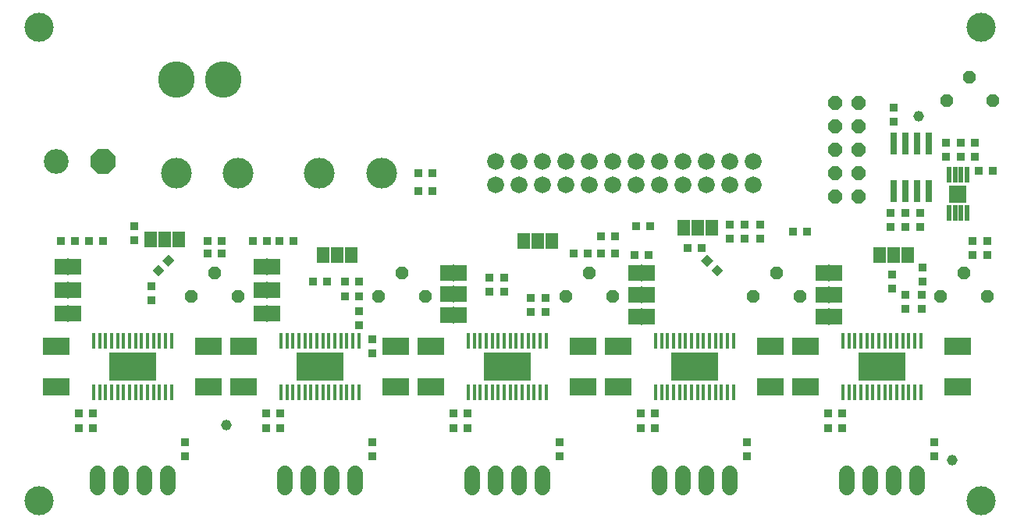
<source format=gts>
G75*
G70*
%OFA0B0*%
%FSLAX24Y24*%
%IPPOS*%
%LPD*%
%AMOC8*
5,1,8,0,0,1.08239X$1,22.5*
%
%ADD10C,0.1241*%
%ADD11C,0.0454*%
%ADD12R,0.0173X0.0685*%
%ADD13R,0.2039X0.1220*%
%ADD14R,0.0360X0.0360*%
%ADD15R,0.1123X0.0769*%
%ADD16C,0.0660*%
%ADD17R,0.0360X0.0360*%
%ADD18R,0.0520X0.0690*%
%ADD19R,0.0060X0.0720*%
%ADD20C,0.1560*%
%ADD21OC8,0.0540*%
%ADD22C,0.0720*%
%ADD23C,0.1310*%
%ADD24R,0.0780X0.0740*%
%ADD25R,0.0213X0.0685*%
%ADD26C,0.1060*%
%ADD27OC8,0.1060*%
%ADD28R,0.0296X0.0926*%
%ADD29OC8,0.0600*%
D10*
X002147Y004625D03*
X002147Y024875D03*
X042397Y024875D03*
X042397Y004625D03*
D11*
X041147Y006375D03*
X039710Y021063D03*
X010147Y007875D03*
D12*
X007811Y009273D03*
X007555Y009273D03*
X007299Y009273D03*
X007043Y009273D03*
X006787Y009273D03*
X006531Y009273D03*
X006275Y009273D03*
X006019Y009273D03*
X005763Y009273D03*
X005507Y009273D03*
X005252Y009273D03*
X004996Y009273D03*
X004740Y009273D03*
X004484Y009273D03*
X004484Y011477D03*
X004740Y011477D03*
X004996Y011477D03*
X005252Y011477D03*
X005507Y011477D03*
X005763Y011477D03*
X006019Y011477D03*
X006275Y011477D03*
X006531Y011477D03*
X006787Y011477D03*
X007043Y011477D03*
X007299Y011477D03*
X007555Y011477D03*
X007811Y011477D03*
X012484Y011477D03*
X012740Y011477D03*
X012996Y011477D03*
X013252Y011477D03*
X013507Y011477D03*
X013763Y011477D03*
X014019Y011477D03*
X014275Y011477D03*
X014531Y011477D03*
X014787Y011477D03*
X015043Y011477D03*
X015299Y011477D03*
X015555Y011477D03*
X015811Y011477D03*
X015811Y009273D03*
X015555Y009273D03*
X015299Y009273D03*
X015043Y009273D03*
X014787Y009273D03*
X014531Y009273D03*
X014275Y009273D03*
X014019Y009273D03*
X013763Y009273D03*
X013507Y009273D03*
X013252Y009273D03*
X012996Y009273D03*
X012740Y009273D03*
X012484Y009273D03*
X020484Y009273D03*
X020740Y009273D03*
X020996Y009273D03*
X021252Y009273D03*
X021507Y009273D03*
X021763Y009273D03*
X022019Y009273D03*
X022275Y009273D03*
X022531Y009273D03*
X022787Y009273D03*
X023043Y009273D03*
X023299Y009273D03*
X023555Y009273D03*
X023811Y009273D03*
X023811Y011477D03*
X023555Y011477D03*
X023299Y011477D03*
X023043Y011477D03*
X022787Y011477D03*
X022531Y011477D03*
X022275Y011477D03*
X022019Y011477D03*
X021763Y011477D03*
X021507Y011477D03*
X021252Y011477D03*
X020996Y011477D03*
X020740Y011477D03*
X020484Y011477D03*
X028484Y011477D03*
X028740Y011477D03*
X028996Y011477D03*
X029252Y011477D03*
X029507Y011477D03*
X029763Y011477D03*
X030019Y011477D03*
X030275Y011477D03*
X030531Y011477D03*
X030787Y011477D03*
X031043Y011477D03*
X031299Y011477D03*
X031555Y011477D03*
X031811Y011477D03*
X031811Y009273D03*
X031555Y009273D03*
X031299Y009273D03*
X031043Y009273D03*
X030787Y009273D03*
X030531Y009273D03*
X030275Y009273D03*
X030019Y009273D03*
X029763Y009273D03*
X029507Y009273D03*
X029252Y009273D03*
X028996Y009273D03*
X028740Y009273D03*
X028484Y009273D03*
X036484Y009273D03*
X036740Y009273D03*
X036996Y009273D03*
X037252Y009273D03*
X037507Y009273D03*
X037763Y009273D03*
X038019Y009273D03*
X038275Y009273D03*
X038531Y009273D03*
X038787Y009273D03*
X039043Y009273D03*
X039299Y009273D03*
X039555Y009273D03*
X039811Y009273D03*
X039811Y011477D03*
X039555Y011477D03*
X039299Y011477D03*
X039043Y011477D03*
X038787Y011477D03*
X038531Y011477D03*
X038275Y011477D03*
X038019Y011477D03*
X037763Y011477D03*
X037507Y011477D03*
X037252Y011477D03*
X036996Y011477D03*
X036740Y011477D03*
X036484Y011477D03*
D13*
X038147Y010375D03*
X030147Y010375D03*
X022147Y010375D03*
X014147Y010375D03*
X006147Y010375D03*
D14*
X004447Y008375D03*
X003847Y008375D03*
X003847Y007750D03*
X004447Y007750D03*
X008397Y007125D03*
X008397Y006525D03*
X011847Y007750D03*
X012447Y007750D03*
X012447Y008375D03*
X011847Y008375D03*
X016397Y007125D03*
X016397Y006525D03*
X019847Y007750D03*
X020447Y007750D03*
X020447Y008375D03*
X019847Y008375D03*
X016397Y010950D03*
X016397Y011550D03*
X015811Y012125D03*
X015811Y012725D03*
X015822Y013375D03*
X015222Y013375D03*
X015222Y014000D03*
X015822Y014000D03*
X014447Y014000D03*
X013847Y014000D03*
X013010Y015750D03*
X012410Y015750D03*
X011885Y015750D03*
X011285Y015750D03*
X009947Y015750D03*
X009947Y015188D03*
X009347Y015188D03*
X009347Y015750D03*
X006960Y013813D03*
X006960Y013213D03*
X006210Y015763D03*
X006210Y016363D03*
X004897Y015750D03*
X004297Y015750D03*
X003697Y015750D03*
X003097Y015750D03*
X018347Y017875D03*
X018947Y017875D03*
X018947Y018625D03*
X018347Y018625D03*
X024972Y015188D03*
X025572Y015188D03*
X026147Y015188D03*
X026747Y015188D03*
X027597Y015125D03*
X028197Y015125D03*
X026747Y015938D03*
X026147Y015938D03*
X027647Y016375D03*
X028247Y016375D03*
X029847Y015438D03*
X030447Y015438D03*
X031647Y015825D03*
X032297Y015825D03*
X032947Y015825D03*
X032947Y016425D03*
X032297Y016425D03*
X031647Y016425D03*
X034347Y016125D03*
X034947Y016125D03*
X038522Y016325D03*
X039147Y016325D03*
X039147Y016925D03*
X038522Y016925D03*
X039772Y016925D03*
X039772Y016325D03*
X042022Y015738D03*
X042637Y015738D03*
X042637Y015138D03*
X042022Y015138D03*
X039897Y014613D03*
X039897Y014013D03*
X039835Y013425D03*
X039835Y012825D03*
X039147Y012825D03*
X039147Y013425D03*
X038585Y013700D03*
X038585Y014300D03*
X042285Y018750D03*
X042127Y019325D03*
X041527Y019325D03*
X041527Y019925D03*
X042127Y019925D03*
X040897Y019925D03*
X040897Y019325D03*
X042885Y018750D03*
X038647Y020825D03*
X038647Y021425D03*
X023772Y013300D03*
X023147Y013300D03*
X022022Y013575D03*
X021397Y013575D03*
X021397Y014175D03*
X022022Y014175D03*
X023147Y012700D03*
X023772Y012700D03*
X027847Y008375D03*
X028447Y008375D03*
X028447Y007750D03*
X027847Y007750D03*
X024397Y007125D03*
X024397Y006525D03*
X032397Y006525D03*
X032397Y007125D03*
X035847Y007750D03*
X036447Y007750D03*
X036447Y008375D03*
X035847Y008375D03*
X040397Y007125D03*
X040397Y006525D03*
D15*
X041397Y009509D03*
X041397Y011241D03*
X034897Y011241D03*
X033397Y011241D03*
X033397Y009509D03*
X034897Y009509D03*
X026897Y009509D03*
X025397Y009509D03*
X025397Y011241D03*
X026897Y011241D03*
X018897Y011241D03*
X017397Y011241D03*
X017397Y009509D03*
X018897Y009509D03*
X010897Y009509D03*
X009397Y009509D03*
X009397Y011241D03*
X010897Y011241D03*
X002897Y011241D03*
X002897Y009509D03*
D16*
X004647Y005800D02*
X004647Y005200D01*
X005647Y005200D02*
X005647Y005800D01*
X006647Y005800D02*
X006647Y005200D01*
X007647Y005200D02*
X007647Y005800D01*
X012647Y005800D02*
X012647Y005200D01*
X013647Y005200D02*
X013647Y005800D01*
X014647Y005800D02*
X014647Y005200D01*
X015647Y005200D02*
X015647Y005800D01*
X020647Y005800D02*
X020647Y005200D01*
X021647Y005200D02*
X021647Y005800D01*
X022647Y005800D02*
X022647Y005200D01*
X023647Y005200D02*
X023647Y005800D01*
X028647Y005800D02*
X028647Y005200D01*
X029647Y005200D02*
X029647Y005800D01*
X030647Y005800D02*
X030647Y005200D01*
X031647Y005200D02*
X031647Y005800D01*
X036647Y005800D02*
X036647Y005200D01*
X037647Y005200D02*
X037647Y005800D01*
X038647Y005800D02*
X038647Y005200D01*
X039647Y005200D02*
X039647Y005800D01*
D17*
G36*
X031109Y014221D02*
X030855Y014475D01*
X031109Y014729D01*
X031363Y014475D01*
X031109Y014221D01*
G37*
G36*
X030685Y014646D02*
X030431Y014900D01*
X030685Y015154D01*
X030939Y014900D01*
X030685Y014646D01*
G37*
G36*
X007926Y014900D02*
X007672Y014646D01*
X007418Y014900D01*
X007672Y015154D01*
X007926Y014900D01*
G37*
G36*
X007502Y014475D02*
X007248Y014221D01*
X006994Y014475D01*
X007248Y014729D01*
X007502Y014475D01*
G37*
D18*
X007522Y015813D03*
X006922Y015813D03*
X008122Y015813D03*
X011597Y014625D03*
X012197Y014625D03*
X012197Y013625D03*
X011597Y013625D03*
X011597Y012625D03*
X012197Y012625D03*
X014297Y015125D03*
X014897Y015125D03*
X015497Y015125D03*
X019535Y014363D03*
X020135Y014363D03*
X020135Y013463D03*
X019535Y013463D03*
X019535Y012563D03*
X020135Y012563D03*
X022860Y015750D03*
X023460Y015750D03*
X024060Y015750D03*
X027597Y014375D03*
X028197Y014375D03*
X028197Y013438D03*
X027597Y013438D03*
X027597Y012500D03*
X028197Y012500D03*
X029672Y016313D03*
X030272Y016313D03*
X030872Y016313D03*
X035597Y014375D03*
X036197Y014375D03*
X036197Y013438D03*
X035597Y013438D03*
X035597Y012500D03*
X036197Y012500D03*
X038047Y015125D03*
X038647Y015125D03*
X039247Y015125D03*
X003697Y014625D03*
X003097Y014625D03*
X003097Y013625D03*
X003697Y013625D03*
X003697Y012625D03*
X003097Y012625D03*
D19*
X003397Y012625D03*
X003397Y013625D03*
X003397Y014625D03*
X011897Y014625D03*
X011897Y013625D03*
X011897Y012625D03*
X019835Y012563D03*
X019835Y013463D03*
X019835Y014363D03*
X027897Y014375D03*
X027897Y013438D03*
X027897Y012500D03*
X035897Y012500D03*
X035897Y013438D03*
X035897Y014375D03*
D20*
X010012Y022625D03*
X008012Y022625D03*
D21*
X009647Y014375D03*
X008657Y013375D03*
X010637Y013375D03*
X016657Y013375D03*
X017647Y014375D03*
X018637Y013375D03*
X024657Y013375D03*
X025647Y014375D03*
X026637Y013375D03*
X032657Y013375D03*
X033647Y014375D03*
X034637Y013375D03*
X040657Y013375D03*
X041647Y014375D03*
X042637Y013375D03*
X042887Y021750D03*
X041897Y022750D03*
X040907Y021750D03*
D22*
X032647Y019125D03*
X031647Y019125D03*
X030647Y019125D03*
X029647Y019125D03*
X028647Y019125D03*
X027647Y019125D03*
X026647Y019125D03*
X025647Y019125D03*
X024647Y019125D03*
X023647Y019125D03*
X022647Y019125D03*
X021647Y019125D03*
X021647Y018125D03*
X022647Y018125D03*
X023647Y018125D03*
X024647Y018125D03*
X025647Y018125D03*
X026647Y018125D03*
X027647Y018125D03*
X028647Y018125D03*
X029647Y018125D03*
X030647Y018125D03*
X031647Y018125D03*
X032647Y018125D03*
D23*
X016784Y018625D03*
X014134Y018625D03*
X010660Y018625D03*
X008010Y018625D03*
D24*
X041397Y017750D03*
D25*
X041269Y016923D03*
X041013Y016923D03*
X041525Y016923D03*
X041781Y016923D03*
X041781Y018577D03*
X041525Y018577D03*
X041269Y018577D03*
X041013Y018577D03*
D26*
X002897Y019125D03*
D27*
X004897Y019125D03*
D28*
X038647Y019899D03*
X039147Y019899D03*
X039647Y019899D03*
X040147Y019899D03*
X040147Y017851D03*
X039647Y017851D03*
X039147Y017851D03*
X038647Y017851D03*
D29*
X037147Y017625D03*
X036147Y017625D03*
X036147Y018625D03*
X037147Y018625D03*
X037147Y019625D03*
X036147Y019625D03*
X036147Y020625D03*
X037147Y020625D03*
X037147Y021625D03*
X036147Y021625D03*
M02*

</source>
